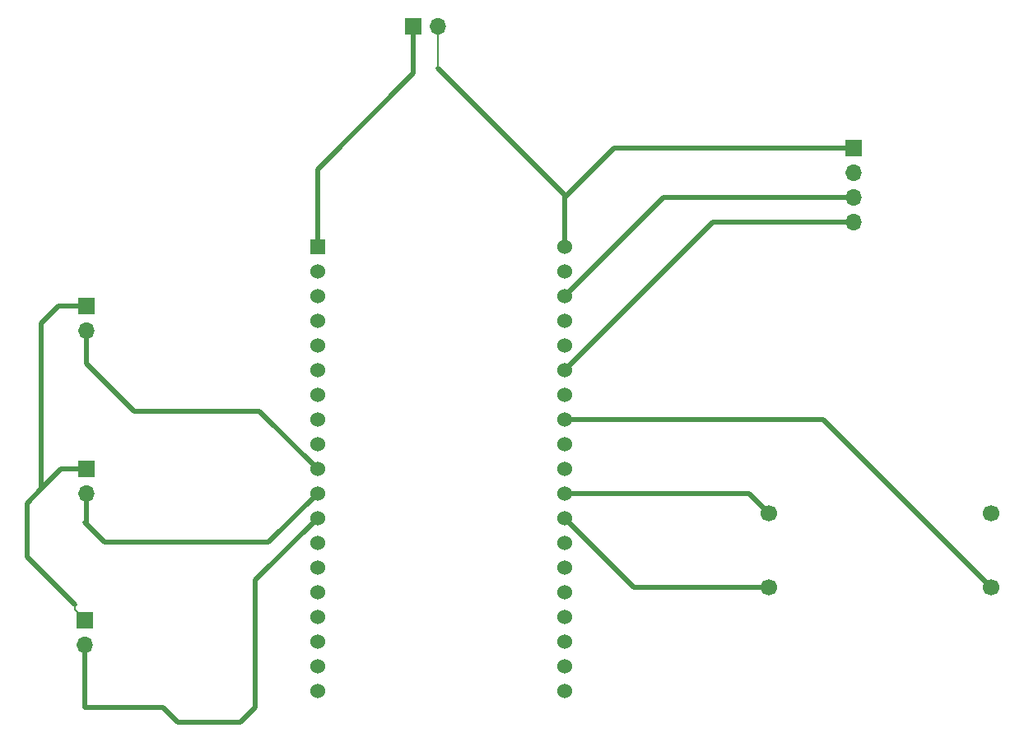
<source format=gbr>
%TF.GenerationSoftware,KiCad,Pcbnew,8.0.8*%
%TF.CreationDate,2025-03-11T11:38:08-07:00*%
%TF.ProjectId,final-PCB-display,66696e61-6c2d-4504-9342-2d646973706c,rev?*%
%TF.SameCoordinates,Original*%
%TF.FileFunction,Copper,L1,Top*%
%TF.FilePolarity,Positive*%
%FSLAX46Y46*%
G04 Gerber Fmt 4.6, Leading zero omitted, Abs format (unit mm)*
G04 Created by KiCad (PCBNEW 8.0.8) date 2025-03-11 11:38:08*
%MOMM*%
%LPD*%
G01*
G04 APERTURE LIST*
%TA.AperFunction,ComponentPad*%
%ADD10R,1.700000X1.700000*%
%TD*%
%TA.AperFunction,ComponentPad*%
%ADD11O,1.700000X1.700000*%
%TD*%
%TA.AperFunction,ComponentPad*%
%ADD12C,1.700000*%
%TD*%
%TA.AperFunction,ComponentPad*%
%ADD13R,1.530000X1.530000*%
%TD*%
%TA.AperFunction,ComponentPad*%
%ADD14C,1.530000*%
%TD*%
%TA.AperFunction,Conductor*%
%ADD15C,0.508000*%
%TD*%
%TA.AperFunction,Conductor*%
%ADD16C,0.200000*%
%TD*%
G04 APERTURE END LIST*
D10*
%TO.P,BT1,1,+*%
%TO.N,Net-(BT1-+)*%
X131945000Y-58535000D03*
D11*
%TO.P,BT1,2,-*%
%TO.N,Net-(BT1--)*%
X134485000Y-58535000D03*
%TD*%
D10*
%TO.P,green1,1,K*%
%TO.N,Net-(BT1--)*%
X98345000Y-104120000D03*
D11*
%TO.P,green1,2,A*%
%TO.N,Net-(U1-IO27)*%
X98345000Y-106660000D03*
%TD*%
D10*
%TO.P,J1,1,Pin_1*%
%TO.N,Net-(BT1--)*%
X177220000Y-71080000D03*
D11*
%TO.P,J1,2,Pin_2*%
%TO.N,Net-(BT1-+)*%
X177220000Y-73620000D03*
%TO.P,J1,3,Pin_3*%
%TO.N,Net-(J1-Pin_3)*%
X177220000Y-76160000D03*
%TO.P,J1,4,Pin_4*%
%TO.N,Net-(J1-Pin_4)*%
X177220000Y-78700000D03*
%TD*%
D12*
%TO.P,M1,1*%
%TO.N,Net-(U1-IO16)*%
X168570000Y-116310000D03*
%TO.P,M1,2,-*%
%TO.N,Net-(M1--)*%
X168570000Y-108690000D03*
%TO.P,M1,3*%
%TO.N,Net-(U1-IO18)*%
X191430000Y-108690000D03*
%TO.P,M1,4*%
%TO.N,Net-(U1-IO19)*%
X191430000Y-116310000D03*
%TD*%
D10*
%TO.P,yellow1,1,K*%
%TO.N,Net-(BT1--)*%
X98345000Y-87385000D03*
D11*
%TO.P,yellow1,2,A*%
%TO.N,Net-(U1-IO26)*%
X98345000Y-89925000D03*
%TD*%
D13*
%TO.P,U1,1,3V3*%
%TO.N,Net-(BT1-+)*%
X122100000Y-81260000D03*
D14*
%TO.P,U1,2,EN*%
%TO.N,unconnected-(U1-EN-Pad2)*%
X122100000Y-83800000D03*
%TO.P,U1,3,SENSOR_VP*%
%TO.N,unconnected-(U1-SENSOR_VP-Pad3)*%
X122100000Y-86340000D03*
%TO.P,U1,4,SENSOR_VN*%
%TO.N,unconnected-(U1-SENSOR_VN-Pad4)*%
X122100000Y-88880000D03*
%TO.P,U1,5,IO34*%
%TO.N,unconnected-(U1-IO34-Pad5)*%
X122100000Y-91420000D03*
%TO.P,U1,6,IO35*%
%TO.N,unconnected-(U1-IO35-Pad6)*%
X122100000Y-93960000D03*
%TO.P,U1,7,IO32*%
%TO.N,unconnected-(U1-IO32-Pad7)*%
X122100000Y-96500000D03*
%TO.P,U1,8,IO33*%
%TO.N,unconnected-(U1-IO33-Pad8)*%
X122100000Y-99040000D03*
%TO.P,U1,9,IO25*%
%TO.N,unconnected-(U1-IO25-Pad9)*%
X122100000Y-101580000D03*
%TO.P,U1,10,IO26*%
%TO.N,Net-(U1-IO26)*%
X122100000Y-104120000D03*
%TO.P,U1,11,IO27*%
%TO.N,Net-(U1-IO27)*%
X122100000Y-106660000D03*
%TO.P,U1,12,IO14*%
%TO.N,Net-(U1-IO14)*%
X122100000Y-109200000D03*
%TO.P,U1,13,IO12*%
%TO.N,unconnected-(U1-IO12-Pad13)*%
X122100000Y-111740000D03*
%TO.P,U1,14,GND1*%
%TO.N,unconnected-(U1-GND1-Pad14)*%
X122100000Y-114280000D03*
%TO.P,U1,15,IO13*%
%TO.N,unconnected-(U1-IO13-Pad15)*%
X122100000Y-116820000D03*
%TO.P,U1,16,SD2*%
%TO.N,unconnected-(U1-SD2-Pad16)*%
X122100000Y-119360000D03*
%TO.P,U1,17,SD3*%
%TO.N,unconnected-(U1-SD3-Pad17)*%
X122100000Y-121900000D03*
%TO.P,U1,18,CMD*%
%TO.N,unconnected-(U1-CMD-Pad18)*%
X122100000Y-124440000D03*
%TO.P,U1,19,EXT_5V*%
%TO.N,unconnected-(U1-EXT_5V-Pad19)*%
X122100000Y-126980000D03*
%TO.P,U1,20,CLK*%
%TO.N,unconnected-(U1-CLK-Pad20)*%
X147500000Y-126980000D03*
%TO.P,U1,21,SD0*%
%TO.N,unconnected-(U1-SD0-Pad21)*%
X147500000Y-124440000D03*
%TO.P,U1,22,SD1*%
%TO.N,unconnected-(U1-SD1-Pad22)*%
X147500000Y-121900000D03*
%TO.P,U1,23,IO15*%
%TO.N,unconnected-(U1-IO15-Pad23)*%
X147500000Y-119360000D03*
%TO.P,U1,24,IO2*%
%TO.N,unconnected-(U1-IO2-Pad24)*%
X147500000Y-116820000D03*
%TO.P,U1,25,IO0*%
%TO.N,unconnected-(U1-IO0-Pad25)*%
X147500000Y-114280000D03*
%TO.P,U1,26,IO4*%
%TO.N,unconnected-(U1-IO4-Pad26)*%
X147500000Y-111740000D03*
%TO.P,U1,27,IO16*%
%TO.N,Net-(U1-IO16)*%
X147500000Y-109200000D03*
%TO.P,U1,28,IO17*%
%TO.N,Net-(M1--)*%
X147500000Y-106660000D03*
%TO.P,U1,29,IO5*%
%TO.N,unconnected-(U1-IO5-Pad29)*%
X147500000Y-104120000D03*
%TO.P,U1,30,IO18*%
%TO.N,Net-(U1-IO18)*%
X147500000Y-101580000D03*
%TO.P,U1,31,IO19*%
%TO.N,Net-(U1-IO19)*%
X147500000Y-99040000D03*
%TO.P,U1,32,GND2*%
%TO.N,unconnected-(U1-GND2-Pad32)*%
X147500000Y-96500000D03*
%TO.P,U1,33,IO21*%
%TO.N,Net-(Brd1-SDA)*%
X147500000Y-93960000D03*
%TO.P,U1,34,RXD0*%
%TO.N,unconnected-(U1-RXD0-Pad34)*%
X147500000Y-91420000D03*
%TO.P,U1,35,TXD0*%
%TO.N,unconnected-(U1-TXD0-Pad35)*%
X147500000Y-88880000D03*
%TO.P,U1,36,IO22*%
%TO.N,Net-(Brd1-SCL)*%
X147500000Y-86340000D03*
%TO.P,U1,37,IO23*%
%TO.N,unconnected-(U1-IO23-Pad37)*%
X147500000Y-83800000D03*
%TO.P,U1,38,GND3*%
%TO.N,Net-(BT1--)*%
X147500000Y-81260000D03*
%TD*%
D10*
%TO.P,red1,1,K*%
%TO.N,Net-(BT1--)*%
X98220000Y-119660000D03*
D11*
%TO.P,red1,2,A*%
%TO.N,Net-(U1-IO14)*%
X98220000Y-122200000D03*
%TD*%
D15*
%TO.N,Net-(BT1-+)*%
X131945000Y-63435000D02*
X122100000Y-73280000D01*
X122100000Y-73280000D02*
X122100000Y-81260000D01*
X131945000Y-58535000D02*
X131945000Y-63435000D01*
%TO.N,Net-(BT1--)*%
X92220000Y-107660000D02*
X93720000Y-106160000D01*
X98345000Y-87385000D02*
X95495000Y-87385000D01*
X152580000Y-71080000D02*
X147500000Y-76160000D01*
X93720000Y-106160000D02*
X95760000Y-104120000D01*
D16*
X97195000Y-118635000D02*
X97195000Y-118135000D01*
D15*
X93720000Y-89160000D02*
X93720000Y-106160000D01*
X147500000Y-76160000D02*
X147500000Y-81260000D01*
D16*
X147500000Y-75940000D02*
X147500000Y-76160000D01*
D15*
X97195000Y-118135000D02*
X92220000Y-113160000D01*
X92220000Y-113160000D02*
X92220000Y-107660000D01*
X134485000Y-62925000D02*
X147500000Y-75940000D01*
X95760000Y-104120000D02*
X98345000Y-104120000D01*
D16*
X98220000Y-119660000D02*
X97195000Y-118635000D01*
X134485000Y-58535000D02*
X134485000Y-62925000D01*
D15*
X177220000Y-71080000D02*
X152580000Y-71080000D01*
X95495000Y-87385000D02*
X93720000Y-89160000D01*
D16*
%TO.N,Net-(U1-IO27)*%
X98345000Y-109535000D02*
X98220000Y-109660000D01*
D15*
X117100000Y-111660000D02*
X122100000Y-106660000D01*
X100220000Y-111660000D02*
X117100000Y-111660000D01*
X98220000Y-109660000D02*
X100220000Y-111660000D01*
X98345000Y-106660000D02*
X98345000Y-109535000D01*
%TO.N,Net-(J1-Pin_4)*%
X162760000Y-78700000D02*
X147500000Y-93960000D01*
X177220000Y-78700000D02*
X162760000Y-78700000D01*
%TO.N,Net-(J1-Pin_3)*%
X157680000Y-76160000D02*
X147500000Y-86340000D01*
X177220000Y-76160000D02*
X157680000Y-76160000D01*
%TO.N,Net-(U1-IO16)*%
X147500000Y-109200000D02*
X154610000Y-116310000D01*
X154610000Y-116310000D02*
X168570000Y-116310000D01*
%TO.N,Net-(M1--)*%
X147500000Y-106660000D02*
X166540000Y-106660000D01*
X166540000Y-106660000D02*
X168570000Y-108690000D01*
%TO.N,Net-(U1-IO19)*%
X174160000Y-99040000D02*
X191430000Y-116310000D01*
X147500000Y-99040000D02*
X174160000Y-99040000D01*
%TO.N,Net-(U1-IO14)*%
X107720000Y-130160000D02*
X114220000Y-130160000D01*
X115720000Y-115580000D02*
X122100000Y-109200000D01*
X98220000Y-122200000D02*
X98220000Y-128660000D01*
X98220000Y-128660000D02*
X106220000Y-128660000D01*
X106220000Y-128660000D02*
X107720000Y-130160000D01*
X115720000Y-128660000D02*
X115720000Y-115580000D01*
X114220000Y-130160000D02*
X115720000Y-128660000D01*
%TO.N,Net-(U1-IO26)*%
X98345000Y-93285000D02*
X103220000Y-98160000D01*
X103220000Y-98160000D02*
X116140000Y-98160000D01*
X98345000Y-89925000D02*
X98345000Y-93285000D01*
X116140000Y-98160000D02*
X122100000Y-104120000D01*
%TD*%
M02*

</source>
